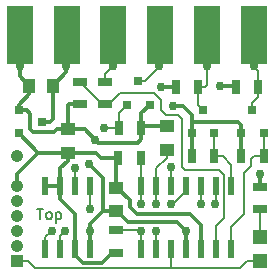
<source format=gtl>
G04 #@! TF.FileFunction,Copper,L1,Top,Signal*
%FSLAX46Y46*%
G04 Gerber Fmt 4.6, Leading zero omitted, Abs format (unit mm)*
G04 Created by KiCad (PCBNEW 4.0.5) date 11/08/17 14:45:23*
%MOMM*%
%LPD*%
G01*
G04 APERTURE LIST*
%ADD10C,0.100000*%
%ADD11C,0.203200*%
%ADD12R,1.300000X0.700000*%
%ADD13R,1.250000X1.000000*%
%ADD14R,0.600000X1.500000*%
%ADD15R,0.600000X1.550000*%
%ADD16R,1.000000X1.250000*%
%ADD17R,0.800100X0.800100*%
%ADD18R,0.700000X1.300000*%
%ADD19R,1.041400X1.041400*%
%ADD20C,1.041400*%
%ADD21R,2.250000X5.000000*%
%ADD22R,1.198880X1.198880*%
%ADD23C,0.762000*%
%ADD24C,0.304800*%
G04 APERTURE END LIST*
D10*
D11*
X176868668Y-57425167D02*
X177376668Y-57425167D01*
X177122668Y-58314167D02*
X177122668Y-57425167D01*
X177800001Y-58314167D02*
X177715334Y-58271833D01*
X177673001Y-58229500D01*
X177630667Y-58144833D01*
X177630667Y-57890833D01*
X177673001Y-57806167D01*
X177715334Y-57763833D01*
X177800001Y-57721500D01*
X177927001Y-57721500D01*
X178011667Y-57763833D01*
X178054001Y-57806167D01*
X178096334Y-57890833D01*
X178096334Y-58144833D01*
X178054001Y-58229500D01*
X178011667Y-58271833D01*
X177927001Y-58314167D01*
X177800001Y-58314167D01*
X178477334Y-57721500D02*
X178477334Y-58610500D01*
X178477334Y-57763833D02*
X178562000Y-57721500D01*
X178731334Y-57721500D01*
X178816000Y-57763833D01*
X178858334Y-57806167D01*
X178900667Y-57890833D01*
X178900667Y-58144833D01*
X178858334Y-58229500D01*
X178816000Y-58271833D01*
X178731334Y-58314167D01*
X178562000Y-58314167D01*
X178477334Y-58271833D01*
D12*
X183515000Y-61148000D03*
X183515000Y-59248000D03*
D13*
X187833000Y-50419000D03*
X187833000Y-52419000D03*
D14*
X193294000Y-55466000D03*
X192024000Y-55466000D03*
X190754000Y-55466000D03*
X189484000Y-55466000D03*
X188214000Y-55466000D03*
X186944000Y-55466000D03*
X185674000Y-55466000D03*
X185674000Y-60866000D03*
X186944000Y-60866000D03*
X188214000Y-60866000D03*
X189484000Y-60866000D03*
X190754000Y-60866000D03*
X192024000Y-60866000D03*
X193294000Y-60866000D03*
D15*
X177546000Y-60866000D03*
X178816000Y-60866000D03*
X180086000Y-60866000D03*
X181356000Y-60866000D03*
X181356000Y-55466000D03*
X180086000Y-55466000D03*
X178816000Y-55466000D03*
X177546000Y-55466000D03*
D16*
X178165000Y-46990000D03*
X176165000Y-46990000D03*
D13*
X179451000Y-52689000D03*
X179451000Y-50689000D03*
X183515000Y-55642000D03*
X183515000Y-57642000D03*
D17*
X184470000Y-48625760D03*
X186370000Y-48625760D03*
X185420000Y-46626780D03*
X194122000Y-51038760D03*
X196022000Y-51038760D03*
X195072000Y-49039780D03*
X189931000Y-51038760D03*
X191831000Y-51038760D03*
X190881000Y-49039780D03*
D12*
X182626000Y-46675000D03*
X182626000Y-48575000D03*
X180467000Y-46675000D03*
X180467000Y-48575000D03*
D18*
X183774000Y-50546000D03*
X185674000Y-50546000D03*
X188595000Y-47117000D03*
X190495000Y-47117000D03*
X194122000Y-52959000D03*
X196022000Y-52959000D03*
X193675000Y-47117000D03*
X195575000Y-47117000D03*
X191831000Y-52959000D03*
X189931000Y-52959000D03*
D12*
X195707000Y-57465000D03*
X195707000Y-55565000D03*
D17*
X175275240Y-49088000D03*
X175275240Y-50988000D03*
X177274220Y-50038000D03*
D19*
X175133000Y-61849000D03*
D20*
X175133000Y-60579000D03*
X175133000Y-59309000D03*
X175133000Y-58039000D03*
X175133000Y-56769000D03*
X175133000Y-55499000D03*
X175133000Y-52959000D03*
D18*
X183708000Y-53086000D03*
X185608000Y-53086000D03*
D21*
X175387000Y-42746000D03*
X179349400Y-42746000D03*
X183311800Y-42746000D03*
X187274200Y-42746000D03*
X191236600Y-42746000D03*
X195199000Y-42746000D03*
D22*
X195707000Y-61882020D03*
X195707000Y-59783980D03*
D23*
X186944919Y-59307089D03*
X182536915Y-50576113D03*
X181737000Y-51562000D03*
X181229000Y-53594000D03*
X181353392Y-59305159D03*
X189484446Y-59309383D03*
X195683497Y-54475953D03*
X175387000Y-45339000D03*
X187198000Y-45339000D03*
X188341008Y-48725189D03*
X195199000Y-45339000D03*
X191262000Y-45339000D03*
X192338751Y-47067834D03*
X187340069Y-47070951D03*
X179324000Y-45339000D03*
X186944778Y-57021161D03*
X183261000Y-45339000D03*
X185674000Y-57023000D03*
X185671857Y-59308063D03*
X178106488Y-59290393D03*
X191897000Y-57023000D03*
X179229177Y-59272572D03*
X190754000Y-57023000D03*
X181356700Y-57403417D03*
X188176579Y-57015145D03*
X180046732Y-53936047D03*
X188214000Y-53924210D03*
D11*
X186944000Y-59308008D02*
X186944919Y-59307089D01*
X186944000Y-60866000D02*
X186944000Y-59308008D01*
X182567028Y-50546000D02*
X182536915Y-50576113D01*
X183774000Y-50546000D02*
X182567028Y-50546000D01*
X183774000Y-50546000D02*
X183774000Y-50846000D01*
X183774000Y-50546000D02*
X183774000Y-49321760D01*
X183774000Y-49321760D02*
X184470000Y-48625760D01*
X183774000Y-50546000D02*
X183774000Y-50246000D01*
D24*
X181737000Y-51562000D02*
X180864000Y-50689000D01*
X180864000Y-50689000D02*
X179451000Y-50689000D01*
X185362764Y-51812036D02*
X181987036Y-51812036D01*
X181987036Y-51812036D02*
X181737000Y-51562000D01*
X185362764Y-51812036D02*
X185674000Y-51500800D01*
X185674000Y-51500800D02*
X185674000Y-50546000D01*
X182451536Y-57642000D02*
X182451536Y-54846454D01*
X182451536Y-54846454D02*
X181229000Y-53623918D01*
X181229000Y-53623918D02*
X181229000Y-53594000D01*
X183515000Y-57642000D02*
X182451536Y-57642000D01*
X182451536Y-57642000D02*
X181353392Y-58740144D01*
X181353392Y-58740144D02*
X181353392Y-59305159D01*
X181356000Y-60866000D02*
X181356000Y-59307767D01*
X181356000Y-59307767D02*
X181353392Y-59305159D01*
X183515000Y-57642000D02*
X183640000Y-57642000D01*
X183640000Y-57642000D02*
X184506065Y-58508065D01*
X184506065Y-58508065D02*
X188683128Y-58508065D01*
X189484000Y-60866000D02*
X189484000Y-59309829D01*
X189484000Y-59309829D02*
X189484446Y-59309383D01*
X188683128Y-58508065D02*
X189484446Y-59309383D01*
X175275240Y-49088000D02*
X175980090Y-49088000D01*
X175980090Y-49088000D02*
X176277318Y-49385228D01*
X176277318Y-49385228D02*
X176277318Y-50664160D01*
X176277318Y-50664160D02*
X176540158Y-50927000D01*
X176540158Y-50927000D02*
X178283200Y-50927000D01*
X178283200Y-50927000D02*
X178521200Y-50689000D01*
X178521200Y-50689000D02*
X179451000Y-50689000D01*
X180467000Y-48575000D02*
X179512200Y-48575000D01*
X179512200Y-48575000D02*
X179451000Y-48636200D01*
X179451000Y-48636200D02*
X179451000Y-50689000D01*
X195683497Y-54475953D02*
X195683497Y-55541497D01*
X195683497Y-55541497D02*
X195707000Y-55565000D01*
X176165000Y-46990000D02*
X176165000Y-47721845D01*
X176165000Y-47721845D02*
X175275240Y-48611605D01*
X175275240Y-48611605D02*
X175275240Y-49088000D01*
X185674000Y-50546000D02*
X185674000Y-49321760D01*
X185674000Y-49321760D02*
X186370000Y-48625760D01*
X187833000Y-50419000D02*
X185801000Y-50419000D01*
X185801000Y-50419000D02*
X185674000Y-50546000D01*
X175387000Y-45339000D02*
X175387000Y-46212000D01*
X175387000Y-46212000D02*
X176165000Y-46990000D01*
X175387000Y-45339000D02*
X175387000Y-42746000D01*
D11*
X185420000Y-46626780D02*
X186023250Y-46626780D01*
X186023250Y-46626780D02*
X187198000Y-45452030D01*
X187198000Y-45452030D02*
X187198000Y-45339000D01*
X187274200Y-42746000D02*
X187274200Y-45262800D01*
X187274200Y-45262800D02*
X187198000Y-45339000D01*
D24*
X179451000Y-52689000D02*
X179451000Y-53373900D01*
X179451000Y-53373900D02*
X178816000Y-54008900D01*
X178816000Y-54008900D02*
X178816000Y-55466000D01*
X180086000Y-60866000D02*
X180086000Y-61341000D01*
X180086000Y-61341000D02*
X180741601Y-61996601D01*
X180741601Y-61996601D02*
X182366399Y-61996601D01*
X182366399Y-61996601D02*
X183215000Y-61148000D01*
X183215000Y-61148000D02*
X183515000Y-61148000D01*
X190754000Y-60866000D02*
X190754000Y-58801000D01*
X190754000Y-58801000D02*
X189787855Y-57834855D01*
X189787855Y-57834855D02*
X185271649Y-57834855D01*
X185271649Y-57834855D02*
X184681754Y-57244960D01*
X184681754Y-57244960D02*
X184681754Y-56683754D01*
X184681754Y-56683754D02*
X183640000Y-55642000D01*
X183640000Y-55642000D02*
X183515000Y-55642000D01*
X183515000Y-55642000D02*
X183515000Y-53279000D01*
X183515000Y-53279000D02*
X183708000Y-53086000D01*
X180086000Y-60866000D02*
X180086000Y-57843577D01*
X180086000Y-57843577D02*
X178816000Y-56573577D01*
X178816000Y-56573577D02*
X178816000Y-55466000D01*
X181848000Y-52689000D02*
X182245000Y-53086000D01*
X182245000Y-53086000D02*
X183708000Y-53086000D01*
X178816000Y-55466000D02*
X177546000Y-55466000D01*
X176950104Y-52689000D02*
X176927000Y-52689000D01*
X176927000Y-52689000D02*
X175133000Y-54483000D01*
X179324000Y-52816000D02*
X179451000Y-52689000D01*
X179451000Y-52689000D02*
X176950104Y-52689000D01*
X176950104Y-52689000D02*
X175275240Y-51014136D01*
X175275240Y-51014136D02*
X175275240Y-50988000D01*
X179451000Y-52689000D02*
X181848000Y-52689000D01*
X189931000Y-50038000D02*
X189931000Y-49443283D01*
X189931000Y-49443283D02*
X189212906Y-48725189D01*
X189212906Y-48725189D02*
X188341008Y-48725189D01*
X175133000Y-54483000D02*
X175133000Y-55499000D01*
X193826090Y-50038000D02*
X189931000Y-50038000D01*
X189931000Y-51038760D02*
X189931000Y-50038000D01*
X193826090Y-50038000D02*
X194122000Y-50333910D01*
X194122000Y-50333910D02*
X194122000Y-51038760D01*
X194122000Y-52959000D02*
X194122000Y-51038760D01*
X189931000Y-52959000D02*
X189931000Y-51038760D01*
D11*
X193294000Y-60866000D02*
X193294000Y-58933520D01*
X195199000Y-52959000D02*
X196022000Y-52959000D01*
X193294000Y-58933520D02*
X194365362Y-57862158D01*
X194945000Y-53213000D02*
X195199000Y-52959000D01*
X194365362Y-57862158D02*
X194365362Y-54401620D01*
X194365362Y-54401620D02*
X194945000Y-53821982D01*
X194945000Y-53821982D02*
X194945000Y-53213000D01*
X196022000Y-52959000D02*
X196022000Y-51038760D01*
X195072000Y-49039780D02*
X195072000Y-48458645D01*
X195072000Y-48458645D02*
X195575000Y-47955645D01*
X195575000Y-47955645D02*
X195575000Y-47117000D01*
X195575000Y-47117000D02*
X195575000Y-45715000D01*
X195575000Y-45715000D02*
X195199000Y-45339000D01*
X195199000Y-42746000D02*
X195199000Y-45339000D01*
X193294000Y-55466000D02*
X193294000Y-53688474D01*
X193294000Y-53688474D02*
X192564526Y-52959000D01*
X192564526Y-52959000D02*
X191831000Y-52959000D01*
X191831000Y-52959000D02*
X191831000Y-51038760D01*
X190495000Y-47117000D02*
X190495000Y-48653780D01*
X190495000Y-48653780D02*
X190881000Y-49039780D01*
X190495000Y-47117000D02*
X191048200Y-47117000D01*
X191048200Y-47117000D02*
X191262000Y-46903200D01*
X191262000Y-46903200D02*
X191262000Y-45339000D01*
X191262000Y-45339000D02*
X191262000Y-42771400D01*
X191262000Y-42771400D02*
X191236600Y-42746000D01*
D24*
X177927000Y-50038000D02*
X178165000Y-49800000D01*
X178165000Y-49800000D02*
X178165000Y-46990000D01*
X193675000Y-47117000D02*
X193625834Y-47067834D01*
X193625834Y-47067834D02*
X192338751Y-47067834D01*
X187340069Y-47070951D02*
X188548951Y-47070951D01*
X188548951Y-47070951D02*
X188595000Y-47117000D01*
X177274220Y-50038000D02*
X177927000Y-50038000D01*
X179324000Y-45339000D02*
X179324000Y-45831000D01*
X179324000Y-45831000D02*
X178165000Y-46990000D01*
X179349400Y-42746000D02*
X179349400Y-45313600D01*
X179349400Y-45313600D02*
X179324000Y-45339000D01*
D11*
X186944000Y-57020383D02*
X186944778Y-57021161D01*
X186944000Y-55466000D02*
X186944000Y-57020383D01*
X187833000Y-52419000D02*
X187833000Y-53122200D01*
X187833000Y-53122200D02*
X186944000Y-54011200D01*
X186944000Y-54011200D02*
X186944000Y-55466000D01*
X182626000Y-45974000D02*
X182626000Y-46675000D01*
X183261000Y-45339000D02*
X182626000Y-45974000D01*
X183261000Y-45339000D02*
X183261000Y-42796800D01*
X183261000Y-42796800D02*
X183311800Y-42746000D01*
X185608000Y-53086000D02*
X185608000Y-55400000D01*
X185608000Y-55400000D02*
X185674000Y-55466000D01*
X185674000Y-55466000D02*
X185674000Y-57023000D01*
X183515000Y-59248000D02*
X185611794Y-59248000D01*
X185611794Y-59248000D02*
X185671857Y-59308063D01*
X185674000Y-59310206D02*
X185671857Y-59308063D01*
X185674000Y-60866000D02*
X185674000Y-59310206D01*
X192024000Y-60866000D02*
X192024000Y-58864020D01*
X188783121Y-49512599D02*
X187793243Y-49512599D01*
X192024000Y-58864020D02*
X192659000Y-58229020D01*
X187793243Y-49512599D02*
X187377463Y-49096819D01*
X192659000Y-58229020D02*
X192659000Y-54543670D01*
X182926000Y-48575000D02*
X182626000Y-48575000D01*
X192659000Y-54543670D02*
X192217330Y-54102000D01*
X192217330Y-54102000D02*
X189342478Y-54102000D01*
X183909225Y-47591775D02*
X182926000Y-48575000D01*
X189342478Y-54102000D02*
X189103000Y-53862522D01*
X189103000Y-53862522D02*
X189103000Y-49832478D01*
X189103000Y-49832478D02*
X188783121Y-49512599D01*
X187377463Y-49096819D02*
X187377463Y-48207819D01*
X187377463Y-48207819D02*
X186761419Y-47591775D01*
X186761419Y-47591775D02*
X183909225Y-47591775D01*
X182626000Y-48575000D02*
X182326000Y-48575000D01*
X182326000Y-48575000D02*
X180467000Y-46716000D01*
X180467000Y-46716000D02*
X180467000Y-46675000D01*
X177546000Y-60866000D02*
X177546000Y-59850881D01*
X177546000Y-59850881D02*
X178106488Y-59290393D01*
X192024000Y-55466000D02*
X192024000Y-56896000D01*
X192024000Y-56896000D02*
X191897000Y-57023000D01*
X178816000Y-59685749D02*
X179229177Y-59272572D01*
X178816000Y-60866000D02*
X178816000Y-59685749D01*
X190754000Y-57023000D02*
X190754000Y-55466000D01*
X181356000Y-57402717D02*
X181356700Y-57403417D01*
X181356000Y-55466000D02*
X181356000Y-57402717D01*
X189484000Y-55466000D02*
X189484000Y-55916000D01*
X188384855Y-57015145D02*
X188176579Y-57015145D01*
X189484000Y-55916000D02*
X188384855Y-57015145D01*
X180046732Y-53936047D02*
X180046732Y-55426732D01*
X180046732Y-55426732D02*
X180086000Y-55466000D01*
X188214000Y-55466000D02*
X188214000Y-53924210D01*
X188214000Y-62453812D02*
X194025511Y-62453812D01*
X194025511Y-62453812D02*
X194597303Y-61882020D01*
X194597303Y-61882020D02*
X195707000Y-61882020D01*
X176712160Y-62453812D02*
X188214000Y-62453812D01*
X188214000Y-60866000D02*
X188214000Y-62453812D01*
X175133000Y-61849000D02*
X176107348Y-61849000D01*
X176107348Y-61849000D02*
X176712160Y-62453812D01*
X195707000Y-59783980D02*
X195707000Y-57465000D01*
M02*

</source>
